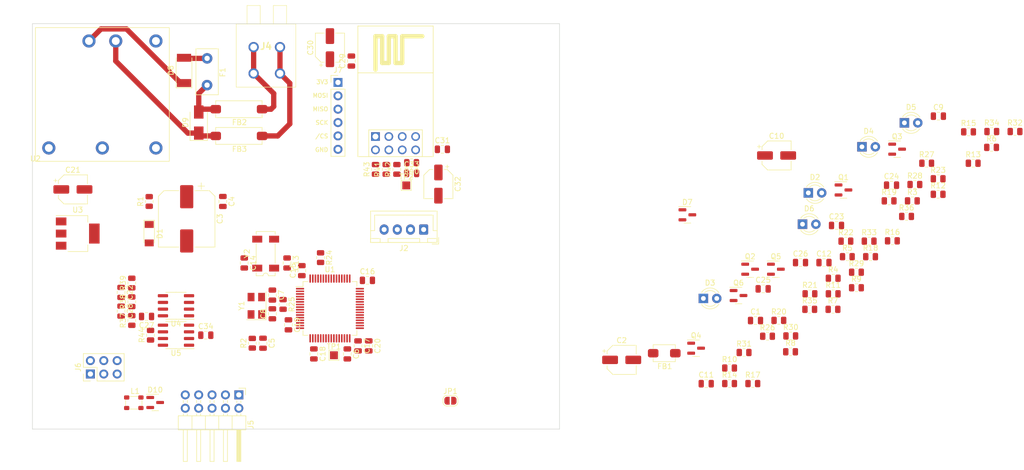
<source format=kicad_pcb>
(kicad_pcb (version 20211014) (generator pcbnew)
  (layers (0 "F.Cu" signal) (1 "In1.Cu" power) (2 "In2.Cu" power) (31 "B.Cu" signal) (34 "B.Paste" user) (35 "F.Paste" user) (36 "B.SilkS" user "B.Silkscreen") (37 "F.SilkS" user "F.Silkscreen") (38 "B.Mask" user) (39 "F.Mask" user) (44 "Edge.Cuts" user))
  (net 0 "")
  (net 1 "+3V3")
  (net 2 "GND")
  (net 3 "/VBAT")
  (net 4 "/RESET")
  (net 5 "Net-(C6-Pad1)")
  (net 6 "Net-(C7-Pad2)")
  (net 7 "Net-(C8-Pad2)")
  (net 8 "Net-(C9-Pad1)")
  (net 9 "USB_DP+")
  (net 10 "USB_DM-")
  (net 11 "Net-(C13-Pad2)")
  (net 12 "Net-(C14-Pad2)")
  (net 13 "+5V")
  (net 14 "/RS485+")
  (net 15 "/RS485-")
  (net 16 "/ESP_RST")
  (net 17 "Net-(D1-Pad1)")
  (net 18 "Net-(D2-Pad1)")
  (net 19 "Net-(D2-Pad2)")
  (net 20 "Net-(D3-Pad1)")
  (net 21 "Net-(D3-Pad2)")
  (net 22 "Net-(D4-Pad1)")
  (net 23 "Net-(D4-Pad2)")
  (net 24 "Net-(D5-Pad1)")
  (net 25 "Net-(D5-Pad2)")
  (net 26 "Net-(D6-Pad1)")
  (net 27 "Net-(D6-Pad2)")
  (net 28 "Net-(J3-Pad3)")
  (net 29 "Net-(J3-Pad2)")
  (net 30 "Net-(D8-Pad2)")
  (net 31 "/BUS+")
  (net 32 "/BUS-")
  (net 33 "Net-(F1-Pad2)")
  (net 34 "Net-(J3-Pad1)")
  (net 35 "Net-(FB2-Pad1)")
  (net 36 "Net-(FB3-Pad1)")
  (net 37 "/SWDIO")
  (net 38 "/SWCLK")
  (net 39 "VCC")
  (net 40 "/_BUS-")
  (net 41 "/_BUS+")
  (net 42 "/CAN-")
  (net 43 "/CAN+")
  (net 44 "SPI2_MOSI")
  (net 45 "SPI2_MISO")
  (net 46 "SPI2_SCK")
  (net 47 "SPI_CS1")
  (net 48 "Net-(Q1-Pad1)")
  (net 49 "Net-(Q2-Pad1)")
  (net 50 "Net-(Q3-Pad1)")
  (net 51 "Net-(Q4-Pad1)")
  (net 52 "Net-(Q4-Pad3)")
  (net 53 "Net-(Q5-Pad1)")
  (net 54 "Net-(Q6-Pad1)")
  (net 55 "SDIO_D2")
  (net 56 "SDIO_D3")
  (net 57 "SDIO_CMD")
  (net 58 "SDIO_CK")
  (net 59 "SDIO_D0")
  (net 60 "SDIO_D1")
  (net 61 "Net-(J1-Pad1)")
  (net 62 "Net-(J1-Pad2)")
  (net 63 "Net-(J1-Pad3)")
  (net 64 "LED_ERROR")
  (net 65 "LED_RUN")
  (net 66 "LED_FLASH")
  (net 67 "Net-(J1-Pad5)")
  (net 68 "Net-(J1-Pad7)")
  (net 69 "Net-(J1-Pad8)")
  (net 70 "Net-(R24-Pad2)")
  (net 71 "USB_Disconnect")
  (net 72 "LED_HEARTBEAT")
  (net 73 "LED_BOOT")
  (net 74 "Net-(R41-Pad2)")
  (net 75 "Net-(R42-Pad2)")
  (net 76 "Net-(R43-Pad2)")
  (net 77 "Net-(U1-Pad26)")
  (net 82 "USART2_TX")
  (net 83 "USART2_RX")
  (net 95 "RS485_DIR")
  (net 96 "USART1_TX")
  (net 97 "USART1_RX")
  (net 101 "CAN_RX")
  (net 102 "CAN_TX")
  (net 105 "Net-(D8-Pad1)")
  (net 106 "Net-(D9-Pad1)")
  (footprint "Package_TO_SOT_SMD:SOT-23" (layer "F.Cu") (at 236.878 94.084)
    (fp_text reference "Q1")
    (fp_text value "BSS138")
  )
  (footprint "Capacitor_SMD:C_0805_2012Metric" (layer "F.Cu") (at 221.638 112.864)
    (fp_text reference "C25")
    (fp_text value "100n")
  )
  (footprint "Capacitor_SMD:C_0805_2012Metric" (layer "F.Cu") (at 126.746 123.19 -90)
    (fp_text reference "C5")
    (fp_text value "100n")
  )
  (footprint "Package_TO_SOT_SMD:SOT-23" (layer "F.Cu") (at 219.168 109.134)
    (fp_text reference "Q2")
    (fp_text value "BSS138")
  )
  (footprint "Capacitor_SMD:C_0805_2012Metric" (layer "F.Cu") (at 104.648 118.11 180)
    (fp_text reference "C27")
    (fp_text value "100n")
  )
  (footprint "Resistor_SMD:R_0805_2012Metric" (layer "F.Cu") (at 150.114 90.17 90)
    (fp_text reference "R41")
    (fp_text value "1k")
  )
  (footprint "Capacitor_SMD:C_0805_2012Metric" (layer "F.Cu") (at 233.178 107.874)
    (fp_text reference "C12")
    (fp_text value "47p")
  )
  (footprint "Capacitor_SMD:C_0805_2012Metric" (layer "F.Cu") (at 136.398 125.222 -90)
    (fp_text reference "C18")
    (fp_text value "100n")
  )
  (footprint "Resistor_SMD:R_0805_2012Metric" (layer "F.Cu") (at 242.018 106.754)
    (fp_text reference "R18")
    (fp_text value "22")
  )
  (footprint "TestPoint:TestPoint_Pad_1.5x1.5mm" (layer "F.Cu") (at 140.208 125.476)
    (fp_text reference "TP1")
    (fp_text value "TestPoint")
  )
  (footprint "Capacitor_SMD:C_0805_2012Metric" (layer "F.Cu") (at 144.78 123.698 -90)
    (fp_text reference "C17")
    (fp_text value "100n")
  )
  (footprint "Crystal:Crystal_SMD_5032-4Pin_5.0x3.2mm" (layer "F.Cu") (at 125.476 116.078 90)
    (fp_text reference "Y1")
    (fp_text value "12MHz")
  )
  (footprint "Resistor_SMD:R_0805_2012Metric" (layer "F.Cu") (at 234.928 110.854)
    (fp_text reference "R4")
    (fp_text value "10k")
  )
  (footprint "Resistor_SMD:R_0805_2012Metric" (layer "F.Cu") (at 219.678 130.854)
    (fp_text reference "R17")
    (fp_text value "10k")
  )
  (footprint "Capacitor_SMD:C_0805_2012Metric" (layer "F.Cu") (at 142.748 125.222 -90)
    (fp_text reference "C6")
    (fp_text value "4µ7")
  )
  (footprint "Resistor_SMD:R_0805_2012Metric" (layer "F.Cu") (at 226.878 121.804)
    (fp_text reference "R30")
    (fp_text value "10k")
  )
  (footprint "eigene:THN 10WIR" (layer "F.Cu") (at 83.566 88.646)
    (fp_text reference "U2")
    (fp_text value "THN 10-2411WIR")
  )
  (footprint "LED_THT:LED_D3.0mm" (layer "F.Cu") (at 230.208 94.634)
    (fp_text reference "D2")
    (fp_text value "LED")
  )
  (footprint "Capacitor_SMD:C_0805_2012Metric" (layer "F.Cu") (at 99.822 117.094 -90)
    (fp_text reference "C28")
    (fp_text value "1n")
  )
  (footprint "Capacitor_SMD:C_0805_2012Metric" (layer "F.Cu") (at 131.318 107.95 -90)
    (fp_text reference "C13")
    (fp_text value "10p")
  )
  (footprint "Capacitor_SMD:CP_Elec_10x10.5" (layer "F.Cu") (at 112.268 99.568 -90)
    (fp_text reference "C3")
    (fp_text value "0.22F/5V")
  )
  (footprint "Capacitor_SMD:C_0805_2012Metric" (layer "F.Cu") (at 235.558 100.824)
    (fp_text reference "C23")
    (fp_text value "1µ")
  )
  (footprint "Resistor_SMD:R_0805_2012Metric" (layer "F.Cu") (at 237.608 106.754)
    (fp_text reference "R5")
    (fp_text value "10k")
  )
  (footprint "eigene:SMB-001" (layer "F.Cu") (at 202.873 125.089)
    (fp_text reference "FB1")
    (fp_text value "SMB-001")
  )
  (footprint "Resistor_SMD:R_0805_2012Metric" (layer "F.Cu") (at 248.848 99.104)
    (fp_text reference "R36")
    (fp_text value "100k")
  )
  (footprint "LED_THT:LED_D3.0mm" (layer "F.Cu") (at 229.108 100.584)
    (fp_text reference "D6")
    (fp_text value "LED")
  )
  (footprint "Resistor_SMD:R_0805_2012Metric" (layer "F.Cu") (at 226.838 124.814)
    (fp_text reference "R8")
    (fp_text value "10k")
  )
  (footprint "Capacitor_SMD:C_0805_2012Metric" (layer "F.Cu") (at 99.822 113.538 -90)
    (fp_text reference "C22")
    (fp_text value "1n")
  )
  (footprint "Capacitor_SMD:C_0805_2012Metric" (layer "F.Cu") (at 128.524 117.602 90)
    (fp_text reference "C8")
    (fp_text value "20p")
  )
  (footprint "Package_TO_SOT_SMD:SOT-223-3_TabPin2" (layer "F.Cu") (at 91.592 102.362)
    (fp_text reference "U3")
    (fp_text value "AP1117-33")
  )
  (footprint "Capacitor_SMD:CP_Elec_5x5.8" (layer "F.Cu") (at 224.188 87.534)
    (fp_text reference "C10")
    (fp_text value "10µ")
  )
  (footprint "Resistor_SMD:R_0805_2012Metric" (layer "F.Cu") (at 239.338 109.704)
    (fp_text reference "R29")
    (fp_text value "10k")
  )
  (footprint "Connector_PinHeader_2.54mm:PinHeader_2x03_P2.54mm_Vertical" (layer "F.Cu") (at 93.995 129.037 90)
    (fp_text reference "J6")
    (fp_text value "Conn_02x03_Odd_Even")
  )
  (footprint "Package_SO:SOIC-8_3.9x4.9mm_P1.27mm" (layer "F.Cu") (at 110.236 116.078 180)
    (fp_text reference "U4")
    (fp_text value "MAX485E")
  )
  (footprint "Resistor_SMD:R_0805_2012Metric" (layer "F.Cu") (at 130.556 115.824 -90)
    (fp_text reference "R25")
    (fp_text value "1M")
  )
  (footprint "Package_TO_SOT_SMD:SOT-23" (layer "F.Cu") (at 224.058 109.134)
    (fp_text reference "Q5")
    (fp_text value "BSS138")
  )
  (footprint "Package_TO_SOT_SMD:SOT-23" (layer "F.Cu") (at 247.058 86.334)
    (fp_text reference "Q3")
    (fp_text value "BSS138")
  )
  (footprint "Capacitor_SMD:CP_Elec_5x5.8" (layer "F.Cu") (at 160.02 92.964 -90)
    (fp_text reference "C32")
    (fp_text value "10µ")
  )
  (footprint "Resistor_SMD:R_0805_2012Metric" (layer "F.Cu") (at 152.146 90.17 90)
    (fp_text reference "R42")
    (fp_text value "1k")
  )
  (footprint "Capacitor_SMD:C_0805_2012Metric" (layer "F.Cu") (at 254.888 80.064)
    (fp_text reference "C9")
    (fp_text value "100n")
  )
  (footprint "Capacitor_SMD:C_0805_2012Metric" (layer "F.Cu") (at 119.126 96.266 -90)
    (fp_text reference "C4")
    (fp_text value "100n")
  )
  (footprint "Diode_SMD:D_SMA" (layer "F.Cu") (at 114.554 81.28 90)
    (fp_text reference "D9")
    (fp_text value "P6SMB36")
  )
  (footprint "Crystal:Crystal_SMD_SeikoEpson_MC306-4Pin_8.0x3.2mm" (layer "F.Cu") (at 127.254 106.172 90)
    (fp_text reference "Y2")
    (fp_text value "32.768kHz")
  )
  (footprint "Resistor_SMD:R_0805_2012Metric" (layer "F.Cu") (at 218.018 124.954)
    (fp_text reference "R31")
    (fp_text value "10k")
  )
  (footprint "Package_TO_SOT_SMD:SOT-23" (layer "F.Cu") (at 207.264 98.806)
    (fp_text reference "D7")
    (fp_text value "CDSOT23-T24-Q")
  )
  (footprint "Resistor_SMD:R_0805_2012Metric" (layer "F.Cu") (at 261.488 89.004)
    (fp_text reference "R13")
    (fp_text value "22")
  )
  (footprint "Capacitor_SMD:C_0805_2012Metric" (layer "F.Cu") (at 245.998 93.174)
    (fp_text reference "C24")
    (fp_text value "100n")
  )
  (footprint "Resistor_SMD:R_0805_2012Metric" (layer "F.Cu") (at 245.538 96.154)
    (fp_text reference "R19")
    (fp_text value "22")
  )
  (footprint "Resistor_SMD:R_0805_2012Metric" (layer "F.Cu") (at 148.082 90.17 90)
    (fp_text reference "R43")
    (fp_text value "1k")
  )
  (footprint "Resistor_SMD:R_0805_2012Metric" (layer "F.Cu") (at 101.854 115.316 90)
    (fp_text reference "R38")
    (fp_text value "120")
  )
  (footprint "eigene:SMB-002" (layer "F.Cu") (at 122.174 78.74)
    (fp_text reference "FB2")
    (fp_text value "SMB-002")
  )
  (footprint "Diode_SMD:D_MiniMELF" (layer "F.Cu") (at 105.156 102.39 -90)
    (fp_text reference "D1")
    (fp_text value "LL4148")
  )
  (footprint "Resistor_SMD:R_0805_2012Metric" (layer "F.Cu") (at 137.668 106.934 -90)
    (fp_text reference "R24")
    (fp_text value "100")
  )
  (footprint "Capacitor_SMD:CP_Elec_5x5.8" (layer "F.Cu") (at 90.678 93.98)
    (fp_text reference "C21")
    (fp_text value "100µ")
  )
  (footprint "Capacitor_SMD:CP_Elec_5x5.8" (layer "F.Cu") (at 139.446 67.056 90)
    (fp_text reference "C30")
    (fp_text value "10µ")
  )
  (footprint "Resistor_SMD:R_0805_2012Metric" (layer "F.Cu") (at 105.41 121.666 90)
    (fp_text reference "R44")
    (fp_text value "120")
  )
  (footprint "Resistor_SMD:R_0805_2012Metric" (layer "F.Cu") (at 249.948 96.154)
    (fp_text reference "R3")
    (fp_text value "10k")
  )
  (footprint "eigene:SMB-002" (layer "F.Cu") (at 122.174 83.82)
    (fp_text reference "FB3")
    (fp_text value "SMB-002")
  )
  (footprint "eigene:SRF3225TAC" (layer "F.Cu") (at 100.383 135.895)
    (fp_text reference "L1")
    (fp_text value "SRF3225TAC-101Y")
  )
  (footprint "Resistor_SMD:R_0805_2012Metric" (layer "F.Cu") (at 269.428 82.984)
    (fp_text reference "R32")
    (fp_text value "1k5")
  )
  (footprint "Resistor_SMD:R_0805_2012Metric" (layer "F.Cu") (at 222.468 121.864)
    (fp_text reference "R26")
    (fp_text value "100k")
  )
  (footprint "Resistor_SMD:R_0805_2012Metric" (layer "F.Cu") (at 252.668 89.004)
    (fp_text reference "R27")
    (fp_text value "1k")
  )
  (footprint "Connector_JST:JST_XH_B4B-XH-A_1x04_P2.50mm_Vertical" (layer "F.Cu") (at 157.226 101.6 180)
    (fp_text reference "J2")
    (fp_text value "SWD")
  )
  (footprint "Resistor_SMD:R_0805_2012Metric" (layer "F.Cu") (at 105.156 96.266 90)
    (fp_text reference "R1")
    (fp_text value "100")
  )
  (footprint "Package_SO:SOIC-8_3.9x4.9mm_P1.27mm" (layer "F.Cu") (at 110.236 121.666 180)
    (fp_text reference "U5")
    (fp_text value "SN65HVD232")
  )
  (footprint "Resistor_SMD:R_0805_2012Metric" (layer "F.Cu") (at 224.618 118.854)
    (fp_text reference "R20")
    (fp_text value "100k")
  )
  (footprint "Resistor_SMD:R_0805_2012Metric" (layer "F.Cu") (at 124.714 123.19 90)
    (fp_text reference "R2")
    (fp_text value "10k")
  )
  (footprint "Capacitor_SMD:C_0805_2012Metric" (layer "F.Cu") (at 128.524 114.046 -90)
    (fp_text reference "C7")
    (fp_text value "20p")
  )
  (footprint "Jumper:SolderJumper-2_P1.3mm_Open_RoundedPad1.0x1.5mm" (layer "F.Cu") (at 162.306 134.112)
    (fp_text reference "JP1")
    (fp_text value "V_USB")
  )
  (footprint "Capacitor_SMD:C_0805_2012Metric" (layer "F.Cu") (at 228.728 107.874)
    (fp_text reference "C26")
    (fp_text value "1µ")
  )
  (footprint "Connector_PinHeader_2.54mm:PinHeader_2x05_P2.54mm_Horizontal" (layer "F.Cu") (at 122.16 133 -90)
    (fp_text reference "J5")
    (fp_text value "Conn_02x05_Odd_Even")
  )
  (footprint "Resistor_SMD:R_0805_2012Metric" (layer "F.Cu") (at 254.838 91.954)
    (fp_text reference "R23")
    (fp_text value "22")
  )
  (footprint "Package_TO_SOT_SMD:SOT-23" (layer "F.Cu") (at 106.28627 134.450964)
    (fp_text reference "D10")
    (fp_text value "CDSOT23-T24-Q")
  )
  (footprint "LED_THT:LED_D3.0mm" (layer "F.Cu") (at 210.298 114.684)
    (fp_text reference "D3")
    (fp_text value "LED")
  )
  (footprint "Capacitor_SMD:C_0805_2012Metric" (layer "F.Cu") (at 210.838 130.874)
    (fp_text reference "C11")
    (fp_text value "47p")
  )
  (footprint "Resistor_SMD:R_0805_2012Metric" (layer "F.Cu") (at 241.748 103.804)
    (fp_text reference "R33")
    (fp_text value "22")
  )
  (footprint "Resistor_SMD:R_0805_2012Metric" (layer "F.Cu") (at 234.888 116.754)
    (fp_text reference "R7")
    (fp_text value "10k")
  )
  (footprint "Resistor_SMD:R_0805_2012Metric" (layer "F.Cu") (at 250.428 93.044)
    (fp_text reference "R28")
    (fp_text value "1k")
  )
  (footprint "Resistor_SMD:R_0805_2012Metric" (layer "F.Cu") (at 215.268 130.854)
    (fp_text reference "R14")
    (fp_text value "22")
  )
  (footprint "Connector_PinHeader_2.54mm:PinHeader_1x06_P2.54mm_Vertical" (layer "F.Cu") (at 140.97 73.66)
    (fp_text reference "J7")
    (fp_text value "SPI Conn")
  )
  (footprint "Capacitor_SMD:C_0805_2012Metric" (layer "F.Cu") (at 146.558 111.252)
    (fp_text reference "C16")
    (fp_text value "100n")
  )
  (footprint "LED_THT:LED_D3.0mm" (layer "F.Cu") (at 248.438 81.334)
    (fp_text reference "D5")
    (fp_text value "LED")
  )
  (footprint "Resistor_SMD:R_0805_2012Metric" (layer "F.Cu") (at 254.838 94.904)
    (fp_text reference "R12")
    (fp_text value "22")
  )
  (footprint "Resistor_SMD:R_0805_2012Metric" (layer "F.Cu") (at 265.018 82.984)
    (fp_text reference "R34")
    (fp_text value "22")
  )
  (footprint "Resistor_SMD:R_0805_2012Metric" (layer "F.Cu") (at 234.928 113.804)
    (fp_text reference "R11")
    (fp_text value "1k")
  )
  (footprint "Capacitor_SMD:C_0805_2012Metric" (layer "F.Cu") (at 143.51 69.596 90)
    (fp_text reference "C29")
    (fp_text value "100n")
  )
  (footprint "Diode_SMD:D_MELF" (layer "F.Cu") (at 111.76 71.374 90)
    (fp_text reference "D8")
    (fp_text value "SM4001")
  )
  (footprint "Capacitor_SMD:CP_Elec_5x5.8" (layer "F.Cu") (at 194.798 126.354)
    (fp_text reference "C2")
    (fp_text value "10µ")
  )
  (footprint "Resistor_SMD:R_0805_2012Metric" (layer "F.Cu") (at 246.158 103.744)
    (fp_text reference "R16")
    (fp_text value "10k")
  )
  (footprint "Resistor_SMD:R_0805_2012Metric" (layer "F.Cu") (at 237.338 103.804)
    (fp_text reference "R22")
    (fp_text value "100k")
  )
  (footprint "Resistor_SMD:R_0805_2012Metric" (layer "F.Cu") (at 230.478 116.754)
    (fp_text reference "R35")
    (fp_text value "100k")
  )
  (footprint "Resistor_SMD:R_0805_2012Metric" (layer "F.Cu") (at 230.518 113.804)
    (fp_text reference "R21")
    (fp_text value "100k")
  )
  (footprint "Capacitor_SMD:C_0805_2012Metric" (layer "F.Cu") (at 146.812 123.698 -90)
    (fp_text reference "C20")
    (fp_text value "4µ7")
  )
  (footprint "Package_TO_SOT_SMD:SOT-23" (layer "F.Cu") (at 208.918 124.134)
    (fp_text reference "Q4")
    (fp_text value "BC856")
  )
  (footprint "TestPoint:TestPoint_Pad_1.5x1.5mm" (layer "F.Cu") (at 153.924 93.218)
    (fp_text reference "TP2")
    (fp_text value "TestPoint")
  )
  (footprint "Fuse:Fuse_Littelfuse_395Series" (layer "F.Cu") (at 116.142 69.088 -90)
    (fp_text reference "F1")
    (fp_text value "60R065XU")
  )
  (footprint "eigene:ESP-01" (layer "F.Cu") (at 151.892 87.74475 90)
    (fp_text reference "U6")
    (fp_text value "ESP-01")
  )
  (footprint "Resistor_SMD:R_0805_2012Metric" (layer "F.Cu") (at 260.608 83.044)
    (fp_text reference "R15")
    (fp_text value "10k")
  )
  (footprint "Package_QFP:LQFP-64_10x10mm_P0.5mm" (layer "F.Cu") (at 139.446 116.586)
    (fp_text reference "U1")
    (fp_text value "STM32F412RETx")
  )
  (footprint "Capacitor_SMD:C_0805_2012Metric" (layer "F.Cu") (at 123.19 107.95 -90)
    (fp_text reference "C14")
    (fp_text value "10p")
  )
  (footprint "Package_TO_SOT_SMD:SOT-23" (layer "F.Cu") (at 216.968 114.134)
    (fp_text reference "Q6")
    (fp_text value "BSS138")
  )
  (footprint "Resistor_SMD:R_0805_2012Metric" (layer "F.Cu") (at 239.338 112.654)
    (fp_text reference "R9")
    (fp_text value "1k")
  )
  (footprint "Resistor_SMD:R_0805_2012Metric" (layer "F.Cu") (at 101.854 111.76 90)
    (fp_text reference "R39")
    (fp_text value "4k7")
  )
  (footprint "eigene:TBL00950002GY2GY" (layer "F.Cu") (at 124.968 71.952)
    (fp_text reference "J4")
    (fp_text value "24V_In" hide)
  )
  (footprint "Resistor_SMD:R_0805_2012Metric" (layer "F.Cu") (at 101.854 118.872 90)
    (fp_text reference "R37")
    (fp_text value "4k7")
  )
  (footprint "Resistor_SMD:R_0805_2012Metric" (layer "F.Cu") (at 264.978 85.994)
    (fp_text reference "R6")
    (fp_text value "10k")
  )
  (footprint "Capacitor_SMD:C_0805_2012Metric" (layer "F.Cu") (at 160.782 86.36)
    (fp_text reference "C31")
    (fp_text value "100n")
  )
  (footprint "Capacitor_SMD:C_0805_2012Metric" (layer "F.Cu") (at 115.89 121.666)
    (fp_text reference "C34")
    (fp_text value "100n")
  )
  (footprint "Capacitor_SMD:C_0805_2012Metric" (layer "F.Cu") (at 220.188 118.884)
    (fp_text reference "C1")
    (fp_text value "100n")
  )
  (footprint "Capacitor_SMD:C_0805_2012Metric" (layer "F.Cu") (at 154.94 90.932)
    (fp_text reference "C33")
    (fp_text value "100n")
  )
  (footprint "Capacitor_SMD:C_0805_2012Metric" (layer "F.Cu") (at 134.112 109.408 90)
    (fp_text reference "C15")
    (fp_text value "100n")
  )
  (footprint "Capacitor_SMD:C_0805_2012Metric" (layer "F.Cu") (at 131.572 119.7 -90)
    (fp_text reference "C19")
    (fp_text value "100n")
  )
  (footprint "LED_THT:LED_D3.0mm" (layer "F.Cu") (at 240.388 85.884)
    (fp_text reference "D4")
    (fp_text value "LED")
  )
  (footprint "Resistor_SMD:R_0805_2012Metric" (layer "F.Cu") (at 154.94 88.9 180)
    (fp_text reference "R40")
    (fp_text value "10k")
  )
  (footprint "Resistor_SMD:R_0805_2012Metric" (layer "F.Cu") (at 215.268 127.904)
    (fp_text reference "R10")
    (fp_text value "1k")
  )
  (gr_line (start 83 139.5) (end 183 139.5) (layer "Edge.Cuts") (width 0.1))
  (gr_line (start 83 62.5) (end 83 139.5) (layer "Edge.Cuts") (width 0.1))
  (gr_line (start 183 139.5) (end 183 62.5) (layer "Edge.Cuts") (width 0.1))
  (gr_line (start 183 62.5) (end 83 62.5) (layer "Edge.Cuts") (width 0.1))
  (gr_text "3V3\n\nMOSI\n\nMISO\n\nSCK\n\n/CS\n\nGND" (at 139.192 80.01) (layer "F.SilkS") (effects (font (size 0.8 0.8)) (justify right)))
  (segment (start 111.874 69.088) (end 111.76 68.974) (width 1) (layer "F.Cu") (net 30))
  (segment (start 116.142 69.088) (end 111.874 69.088) (width 1) (layer "F.Cu") (net 30))
  (segment (start 115.094 78.74) (end 114.554 79.28) (width 1) (layer "F.Cu") (net 33))
  (segment (start 114.554 75.746) (end 116.132 74.168) (width 1) (layer "F.Cu") (net 33))
  (segment (start 114.554 79.28) (end 114.554 75.746) (width 1) (layer "F.Cu") (net 33))
  (segment (start 117.774 78.74) (end 115.094 78.74) (width 1) (layer "F.Cu") (net 33))
  (segment (start 128.778 75.762) (end 128.778 78.232) (width 1) (layer "F.Cu") (net 35))
  (segment (start 128.778 78.232) (end 128.27 78.74) (width 1) (layer "F.Cu") (net 35))
  (segment (start 124.968 66.952) (end 124.968 71.952) (width 1) (layer "F.Cu") (net 35))
  (segment (start 128.27 78.74) (end 126.574 78.74) (width 1) (layer "F.Cu") (net 35))
  (segment (start 124.968 71.952) (end 128.778 75.762) (width 1) (layer "F.Cu") (net 35))
  (segment (start 129.968 66.952) (end 129.968 71.952) (width 1) (layer "F.Cu") (net 36))
  (segment (start 129.968 71.952) (end 131.826 73.81) (width 1) (layer "F.Cu") (net 36))
  (segment (start 131.826 73.81) (end 131.826 81.534) (width 1) (layer "F.Cu") (net 36))
  (segment (start 131.826 81.534) (end 129.54 83.82) (width 1) (layer "F.Cu") (net 36))
  (segment (start 129.54 83.82) (end 126.574 83.82) (width 1) (layer "F.Cu") (net 36))
  (segment (start 111.112 73.774) (end 100.838 63.5) (width 1) (layer "F.Cu") (net 105))
  (segment (start 96.012 63.5) (end 93.726 65.786) (width 1) (layer "F.Cu") (net 105))
  (segment (start 111.76 73.774) (end 111.112 73.774) (width 1) (layer "F.Cu") (net 105))
  (segment (start 100.838 63.5) (end 96.012 63.5) (width 1) (layer "F.Cu") (net 105))
  (segment (start 117.774 83.82) (end 115.094 83.82) (width 1) (layer "F.Cu") (net 106))
  (segment (start 112.49 83.28) (end 98.806 69.596) (width 1) (layer "F.Cu") (net 106))
  (segment (start 115.094 83.82) (end 114.554 83.28) (width 1) (layer "F.Cu") (net 106))
  (segment (start 114.554 83.28) (end 112.49 83.28) (width 1) (layer "F.Cu") (net 106))
  (segment (start 98.806 69.596) (end 98.806 65.786) (width 1) (layer "F.Cu") (net 106))
)
</source>
